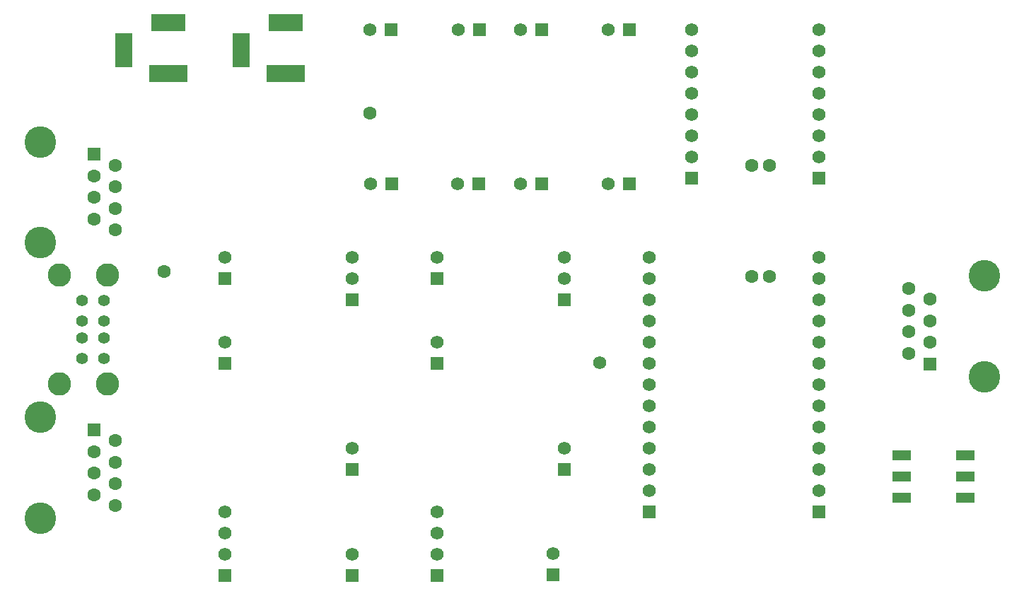
<source format=gts>
G04 ---------------------------- Layer name :TOP SOLDER LAYER*
G04 easyEDA 0.1*
G04 Scale: 100 percent, Rotated: No, Reflected: No *
G04 Dimensions in inches *
G04 leading zeros omitted , absolute positions ,2 integer and 4 * 
%FSLAX24Y24*%
%MOIN*%
G90*
G70D02*

%ADD11R,0.062000X0.062000*%
%ADD12C,0.062000*%
%ADD14C,0.149000*%
%ADD16R,0.063000X0.063000*%
%ADD17C,0.063000*%
%ADD19R,0.083000X0.163000*%
%ADD20R,0.163000X0.083000*%
%ADD21R,0.183000X0.083000*%
%ADD22C,0.054700*%
%ADD24C,0.109700*%
%ADD26R,0.088900X0.050700*%

%LPD*%
%LNVIA PAD TRACK COPPERAREA*%
G54D11*
G01X31519Y38301D03*
G54D12*
G01X31519Y39301D03*
G01X31519Y40301D03*
G01X31519Y41301D03*
G01X31519Y42301D03*
G01X31519Y43301D03*
G01X31519Y44301D03*
G01X31519Y45301D03*
G01X31519Y46301D03*
G01X31519Y47301D03*
G01X31519Y48301D03*
G01X31519Y49301D03*
G01X31519Y50301D03*
G54D11*
G01X39519Y38301D03*
G54D12*
G01X39519Y39301D03*
G01X39519Y40301D03*
G01X39519Y41301D03*
G01X39519Y42301D03*
G01X39519Y43301D03*
G01X39519Y44301D03*
G01X39519Y45301D03*
G01X39519Y46301D03*
G01X39519Y47301D03*
G01X39519Y48301D03*
G01X39519Y49301D03*
G01X39519Y50301D03*
G01X11519Y50301D03*
G54D11*
G01X11519Y49301D03*
G54D12*
G01X11519Y46301D03*
G54D11*
G01X11519Y45301D03*
G54D12*
G01X11519Y38301D03*
G01X11519Y37301D03*
G01X11519Y36301D03*
G54D11*
G01X11519Y35301D03*
G01X17519Y48301D03*
G54D12*
G01X17519Y49301D03*
G01X17519Y50301D03*
G01X17519Y41301D03*
G54D11*
G01X17519Y40301D03*
G54D12*
G01X17519Y36301D03*
G54D11*
G01X17519Y35301D03*
G54D12*
G01X21519Y50301D03*
G54D11*
G01X21519Y49301D03*
G54D12*
G01X21519Y46301D03*
G54D11*
G01X21519Y45301D03*
G54D12*
G01X21519Y38301D03*
G01X21519Y37301D03*
G01X21519Y36301D03*
G54D11*
G01X21519Y35301D03*
G01X27519Y48301D03*
G54D12*
G01X27519Y49301D03*
G01X27519Y50301D03*
G01X27519Y41301D03*
G54D11*
G01X27519Y40301D03*
G54D12*
G01X26983Y36316D03*
G54D11*
G01X26983Y35316D03*
G01X39519Y54008D03*
G54D12*
G01X39519Y55008D03*
G01X39519Y56008D03*
G01X39519Y57008D03*
G01X39519Y58008D03*
G01X39519Y59008D03*
G01X39519Y60008D03*
G01X39519Y61008D03*
G54D11*
G01X33519Y54008D03*
G54D12*
G01X33519Y55008D03*
G01X33519Y56008D03*
G01X33519Y57008D03*
G01X33519Y58008D03*
G01X33519Y59008D03*
G01X33519Y60008D03*
G01X33519Y61008D03*
G54D14*
G01X47300Y49411D03*
G01X47300Y44664D03*
G54D16*
G01X44760Y45258D03*
G54D17*
G01X43744Y45766D03*
G01X44760Y46274D03*
G01X43744Y46782D03*
G01X44760Y47290D03*
G01X43744Y47798D03*
G01X44760Y48306D03*
G01X43744Y48814D03*
G54D14*
G01X2811Y50987D03*
G01X2811Y55732D03*
G54D16*
G01X5350Y55139D03*
G54D17*
G01X6366Y54630D03*
G01X5350Y54123D03*
G01X6366Y53616D03*
G01X5350Y53106D03*
G01X6366Y52599D03*
G01X5350Y52092D03*
G01X6366Y51583D03*
G54D14*
G01X2811Y37994D03*
G01X2811Y42741D03*
G54D16*
G01X5350Y42147D03*
G54D17*
G01X6366Y41639D03*
G01X5350Y41131D03*
G01X6366Y40623D03*
G01X5350Y40115D03*
G01X6366Y39607D03*
G01X5350Y39099D03*
G01X6366Y38591D03*
G54D12*
G01X25454Y53745D03*
G54D11*
G01X26454Y53745D03*
G54D12*
G01X29582Y53761D03*
G54D11*
G01X30582Y53761D03*
G54D12*
G01X29586Y61036D03*
G54D11*
G01X30586Y61036D03*
G54D12*
G01X25450Y61030D03*
G54D11*
G01X26450Y61030D03*
G54D12*
G01X18368Y53747D03*
G54D11*
G01X19368Y53747D03*
G54D12*
G01X22495Y53762D03*
G54D11*
G01X23495Y53762D03*
G54D12*
G01X22500Y61037D03*
G54D11*
G01X23500Y61037D03*
G54D12*
G01X18364Y61031D03*
G54D11*
G01X19364Y61031D03*
G54D19*
G01X6741Y60042D03*
G54D20*
G01X8861Y61342D03*
G54D21*
G01X8861Y58942D03*
G54D19*
G01X12268Y60045D03*
G54D20*
G01X14388Y61345D03*
G54D21*
G01X14388Y58945D03*
G54D22*
G01X4778Y48271D03*
G01X4778Y47281D03*
G01X4778Y46501D03*
G01X4799Y45511D03*
G54D24*
G01X3729Y44311D03*
G01X3729Y49471D03*
G01X5969Y44311D03*
G01X5969Y49471D03*
G54D22*
G01X5828Y45511D03*
G01X5828Y46501D03*
G01X5828Y47281D03*
G01X5828Y48271D03*
G54D26*
G01X46411Y40950D03*
G01X46411Y39950D03*
G01X46411Y38950D03*
G01X43411Y38950D03*
G01X43411Y39950D03*
G01X43411Y40950D03*
G54D17*
G01X18362Y57088D03*
G01X8638Y49608D03*
G01X36354Y54607D03*
G01X37181Y54607D03*
G01X36354Y49379D03*
G01X37181Y49379D03*
G54D12*
G01X29194Y45310D03*

M00*
M02*
</source>
